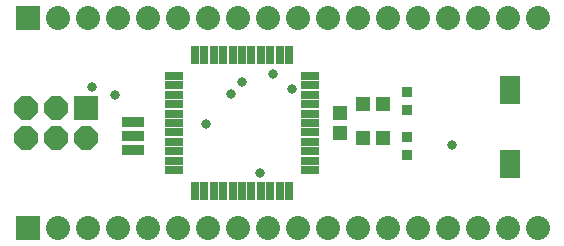
<source format=gts>
G75*
%MOIN*%
%OFA0B0*%
%FSLAX25Y25*%
%IPPOS*%
%LPD*%
%AMOC8*
5,1,8,0,0,1.08239X$1,22.5*
%
%ADD10R,0.04537X0.04931*%
%ADD11R,0.08000X0.08000*%
%ADD12OC8,0.08000*%
%ADD13R,0.03750X0.03750*%
%ADD14R,0.06899X0.09655*%
%ADD15C,0.08000*%
%ADD16R,0.07293X0.03356*%
%ADD17R,0.06400X0.02600*%
%ADD18R,0.02600X0.06400*%
%ADD19C,0.03300*%
D10*
X0111000Y0038904D03*
X0118904Y0037250D03*
X0125596Y0037250D03*
X0111000Y0045596D03*
X0118904Y0048500D03*
X0125596Y0048500D03*
D11*
X0007250Y0007250D03*
X0026625Y0047250D03*
X0007250Y0077250D03*
D12*
X0006625Y0047250D03*
X0016625Y0047250D03*
X0016625Y0037250D03*
X0026625Y0037250D03*
X0006625Y0037250D03*
D13*
X0133500Y0037703D03*
X0133500Y0031797D03*
X0133500Y0046797D03*
X0133500Y0052703D03*
D14*
X0167875Y0053402D03*
X0167875Y0028598D03*
D15*
X0167250Y0007250D03*
X0157250Y0007250D03*
X0147250Y0007250D03*
X0137250Y0007250D03*
X0127250Y0007250D03*
X0117250Y0007250D03*
X0107250Y0007250D03*
X0097250Y0007250D03*
X0087250Y0007250D03*
X0077250Y0007250D03*
X0067250Y0007250D03*
X0057250Y0007250D03*
X0047250Y0007250D03*
X0037250Y0007250D03*
X0027250Y0007250D03*
X0017250Y0007250D03*
X0017250Y0077250D03*
X0027250Y0077250D03*
X0037250Y0077250D03*
X0047250Y0077250D03*
X0057250Y0077250D03*
X0067250Y0077250D03*
X0077250Y0077250D03*
X0087250Y0077250D03*
X0097250Y0077250D03*
X0107250Y0077250D03*
X0117250Y0077250D03*
X0127250Y0077250D03*
X0137250Y0077250D03*
X0147250Y0077250D03*
X0157250Y0077250D03*
X0167250Y0077250D03*
X0177250Y0077250D03*
X0177250Y0007250D03*
D16*
X0042250Y0033151D03*
X0042250Y0037875D03*
X0042250Y0042599D03*
D17*
X0055900Y0042250D03*
X0055900Y0045350D03*
X0055900Y0048550D03*
X0055900Y0051650D03*
X0055900Y0054850D03*
X0055900Y0057950D03*
X0055900Y0039150D03*
X0055900Y0035950D03*
X0055900Y0032850D03*
X0055900Y0029650D03*
X0055900Y0026550D03*
X0101100Y0026550D03*
X0101100Y0029650D03*
X0101100Y0032850D03*
X0101100Y0035950D03*
X0101100Y0039150D03*
X0101100Y0042250D03*
X0101100Y0045350D03*
X0101100Y0048550D03*
X0101100Y0051650D03*
X0101100Y0054850D03*
X0101100Y0057950D03*
D18*
X0094200Y0064850D03*
X0091100Y0064850D03*
X0087900Y0064850D03*
X0084800Y0064850D03*
X0081600Y0064850D03*
X0078500Y0064850D03*
X0075400Y0064850D03*
X0072200Y0064850D03*
X0069100Y0064850D03*
X0065900Y0064850D03*
X0062800Y0064850D03*
X0062800Y0019650D03*
X0065900Y0019650D03*
X0069100Y0019650D03*
X0072200Y0019650D03*
X0075400Y0019650D03*
X0078500Y0019650D03*
X0081600Y0019650D03*
X0084800Y0019650D03*
X0087900Y0019650D03*
X0091100Y0019650D03*
X0094200Y0019650D03*
D19*
X0084650Y0025500D03*
X0066450Y0041950D03*
X0074850Y0052100D03*
X0078350Y0055950D03*
X0088850Y0058750D03*
X0095150Y0053500D03*
X0148350Y0034950D03*
X0036000Y0051750D03*
X0028650Y0054200D03*
M02*

</source>
